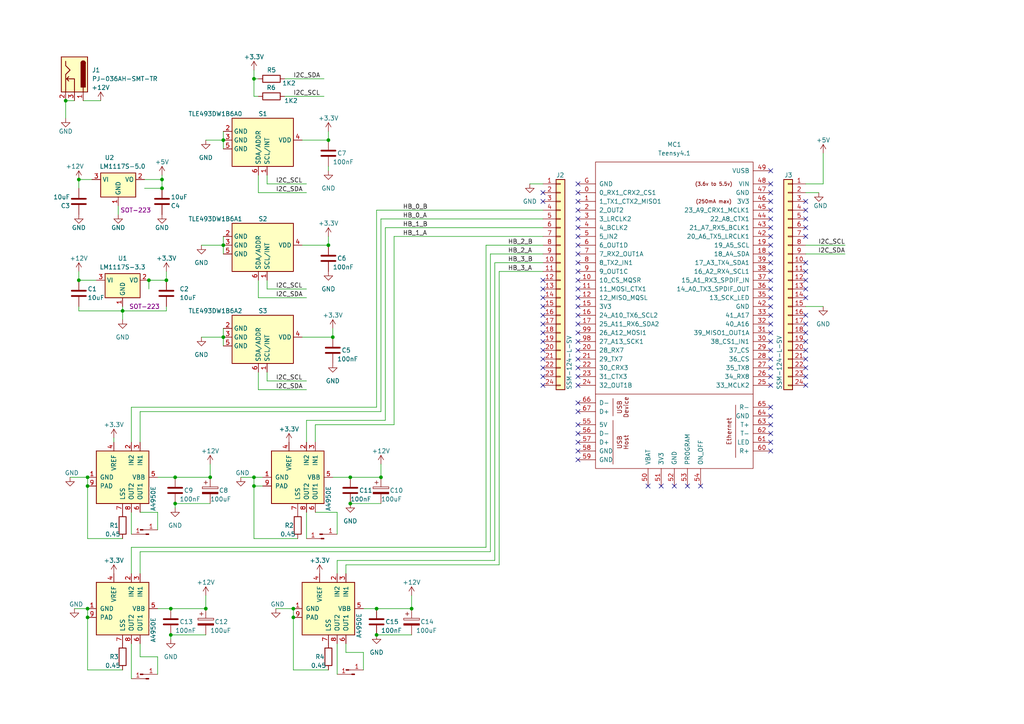
<source format=kicad_sch>
(kicad_sch (version 20230121) (generator eeschema)
  (paper "A4")
  (title_block (title "maglev 2.6") (date "2024-01-25") (rev "1.0") (company "NTNU - Norwegian University of Science and Technology") (comment 1 "Morselli Alberto"))
  (lib_symbols
    (symbol "Connector:Barrel_Jack_Switch" (pin_names hide)
      (property "Reference" "J" (at 0 5.334 0))
      (property "Value" "Barrel_Jack_Switch" (at 0 -5.08 0))
      (symbol "Barrel_Jack_Switch_0_1"
        (rectangle (start -5.08 3.81) (end 5.08 -3.81) (stroke (width 0.254)) (fill (type background)))
        (arc (start -3.302 3.175) (mid -3.9343 2.54) (end -3.302 1.905) (stroke (width 0.254)))
        (arc (start -3.302 3.175) (mid -3.9343 2.54) (end -3.302 1.905) (stroke (width 0.254)) (fill (type outline)))
        (polyline (pts (xy 1.27 -2.286) (xy 1.905 -1.651)) (stroke (width 0.254)))
        (polyline (pts (xy 5.08 2.54) (xy 3.81 2.54)) (stroke (width 0.254)))
        (polyline (pts (xy 5.08 0) (xy 1.27 0) (xy 1.27 -2.286) (xy 0.635 -1.651)) (stroke (width 0.254)))
        (polyline (pts (xy -3.81 -2.54) (xy -2.54 -2.54) (xy -1.27 -1.27) (xy 0 -2.54) (xy 2.54 -2.54) (xy 5.08 -2.54)) (stroke (width 0.254)))
        (rectangle (start 3.683 3.175) (end -3.302 1.905) (stroke (width 0.254)) (fill (type outline)))
      )
      (symbol "Barrel_Jack_Switch_1_1"
        (pin passive line (at 7.62 2.54 180) (length 2.54) (name "~") (number "1"))
        (pin passive line (at 7.62 -2.54 180) (length 2.54) (name "~") (number "2"))
        (pin passive line (at 7.62 0 180) (length 2.54) (name "~") (number "3"))
      )
    )
    (symbol "Connector:Conn_01x01_Pin" (pin_names (offset 1.016) hide)
      (property "Reference" "J" (at 0 2.54 0))
      (property "Value" "Conn_01x01_Pin" (at 0 -2.54 0))
      (symbol "Conn_01x01_Pin_1_1"
        (polyline (pts (xy 1.27 0) (xy 0.8636 0)) (stroke (width 0.1524)))
        (rectangle (start 0.8636 0.127) (end 0 -0.127) (stroke (width 0.1524)) (fill (type outline)))
        (pin passive line (at 5.08 0 180) (length 3.81) (name "Pin_1") (number "1"))
      )
    )
    (symbol "Connector_Generic:Conn_01x24" (pin_names (offset 1.016) hide)
      (property "Reference" "J" (at 0 30.48 0))
      (property "Value" "Conn_01x24" (at 0 -33.02 0))
      (symbol "Conn_01x24_1_1"
        (rectangle (start -1.27 -30.353) (end 0 -30.607) (stroke (width 0.1524)))
        (rectangle (start -1.27 -27.813) (end 0 -28.067) (stroke (width 0.1524)))
        (rectangle (start -1.27 -25.273) (end 0 -25.527) (stroke (width 0.1524)))
        (rectangle (start -1.27 -22.733) (end 0 -22.987) (stroke (width 0.1524)))
        (rectangle (start -1.27 -20.193) (end 0 -20.447) (stroke (width 0.1524)))
        (rectangle (start -1.27 -17.653) (end 0 -17.907) (stroke (width 0.1524)))
        (rectangle (start -1.27 -15.113) (end 0 -15.367) (stroke (width 0.1524)))
        (rectangle (start -1.27 -12.573) (end 0 -12.827) (stroke (width 0.1524)))
        (rectangle (start -1.27 -10.033) (end 0 -10.287) (stroke (width 0.1524)))
        (rectangle (start -1.27 -7.493) (end 0 -7.747) (stroke (width 0.1524)))
        (rectangle (start -1.27 -4.953) (end 0 -5.207) (stroke (width 0.1524)))
        (rectangle (start -1.27 -2.413) (end 0 -2.667) (stroke (width 0.1524)))
        (rectangle (start -1.27 0.127) (end 0 -0.127) (stroke (width 0.1524)))
        (rectangle (start -1.27 2.667) (end 0 2.413) (stroke (width 0.1524)))
        (rectangle (start -1.27 5.207) (end 0 4.953) (stroke (width 0.1524)))
        (rectangle (start -1.27 7.747) (end 0 7.493) (stroke (width 0.1524)))
        (rectangle (start -1.27 10.287) (end 0 10.033) (stroke (width 0.1524)))
        (rectangle (start -1.27 12.827) (end 0 12.573) (stroke (width 0.1524)))
        (rectangle (start -1.27 15.367) (end 0 15.113) (stroke (width 0.1524)))
        (rectangle (start -1.27 17.907) (end 0 17.653) (stroke (width 0.1524)))
        (rectangle (start -1.27 20.447) (end 0 20.193) (stroke (width 0.1524)))
        (rectangle (start -1.27 22.987) (end 0 22.733) (stroke (width 0.1524)))
        (rectangle (start -1.27 25.527) (end 0 25.273) (stroke (width 0.1524)))
        (rectangle (start -1.27 28.067) (end 0 27.813) (stroke (width 0.1524)))
        (rectangle (start -1.27 29.21) (end 1.27 -31.75) (stroke (width 0.254)) (fill (type background)))
        (pin passive line (at -5.08 27.94 0) (length 3.81) (name "Pin_1") (number "1"))
        (pin passive line (at -5.08 5.08 0) (length 3.81) (name "Pin_10") (number "10"))
        (pin passive line (at -5.08 2.54 0) (length 3.81) (name "Pin_11") (number "11"))
        (pin passive line (at -5.08 0 0) (length 3.81) (name "Pin_12") (number "12"))
        (pin passive line (at -5.08 -2.54 0) (length 3.81) (name "Pin_13") (number "13"))
        (pin passive line (at -5.08 -5.08 0) (length 3.81) (name "Pin_14") (number "14"))
        (pin passive line (at -5.08 -7.62 0) (length 3.81) (name "Pin_15") (number "15"))
        (pin passive line (at -5.08 -10.16 0) (length 3.81) (name "Pin_16") (number "16"))
        (pin passive line (at -5.08 -12.7 0) (length 3.81) (name "Pin_17") (number "17"))
        (pin passive line (at -5.08 -15.24 0) (length 3.81) (name "Pin_18") (number "18"))
        (pin passive line (at -5.08 -17.78 0) (length 3.81) (name "Pin_19") (number "19"))
        (pin passive line (at -5.08 25.4 0) (length 3.81) (name "Pin_2") (number "2"))
        (pin passive line (at -5.08 -20.32 0) (length 3.81) (name "Pin_20") (number "20"))
        (pin passive line (at -5.08 -22.86 0) (length 3.81) (name "Pin_21") (number "21"))
        (pin passive line (at -5.08 -25.4 0) (length 3.81) (name "Pin_22") (number "22"))
        (pin passive line (at -5.08 -27.94 0) (length 3.81) (name "Pin_23") (number "23"))
        (pin passive line (at -5.08 -30.48 0) (length 3.81) (name "Pin_24") (number "24"))
        (pin passive line (at -5.08 22.86 0) (length 3.81) (name "Pin_3") (number "3"))
        (pin passive line (at -5.08 20.32 0) (length 3.81) (name "Pin_4") (number "4"))
        (pin passive line (at -5.08 17.78 0) (length 3.81) (name "Pin_5") (number "5"))
        (pin passive line (at -5.08 15.24 0) (length 3.81) (name "Pin_6") (number "6"))
        (pin passive line (at -5.08 12.7 0) (length 3.81) (name "Pin_7") (number "7"))
        (pin passive line (at -5.08 10.16 0) (length 3.81) (name "Pin_8") (number "8"))
        (pin passive line (at -5.08 7.62 0) (length 3.81) (name "Pin_9") (number "9"))
      )
    )
    (symbol "Device:C" (pin_numbers hide) (pin_names (offset 0.254))
      (property "Reference" "C" (at 0.635 2.54 0))
      (property "Value" "C" (at 0.635 -2.54 0))
      (symbol "C_0_1"
        (polyline (pts (xy -2.032 -0.762) (xy 2.032 -0.762)) (stroke (width 0.508)))
        (polyline (pts (xy -2.032 0.762) (xy 2.032 0.762)) (stroke (width 0.508)))
      )
      (symbol "C_1_1"
        (pin passive line (at 0 3.81 270) (length 2.794) (name "~") (number "1"))
        (pin passive line (at 0 -3.81 90) (length 2.794) (name "~") (number "2"))
      )
    )
    (symbol "Device:C_Polarized" (pin_numbers hide) (pin_names (offset 0.254))
      (property "Reference" "C" (at 0.635 2.54 0))
      (property "Value" "C_Polarized" (at 0.635 -2.54 0))
      (symbol "C_Polarized_0_1"
        (rectangle (start -2.286 0.508) (end 2.286 1.016))
        (polyline (pts (xy -1.778 2.286) (xy -0.762 2.286)))
        (polyline (pts (xy -1.27 2.794) (xy -1.27 1.778)))
        (rectangle (start 2.286 -0.508) (end -2.286 -1.016) (fill (type outline)))
      )
      (symbol "C_Polarized_1_1"
        (pin passive line (at 0 3.81 270) (length 2.794) (name "~") (number "1"))
        (pin passive line (at 0 -3.81 90) (length 2.794) (name "~") (number "2"))
      )
    )
    (symbol "Device:R" (pin_numbers hide) (pin_names (offset 0))
      (property "Reference" "R" (at 2.032 0 90))
      (property "Value" "R" (at 0 0 90))
      (symbol "R_0_1"
        (rectangle (start -1.016 -2.54) (end 1.016 2.54) (stroke (width 0.254)))
      )
      (symbol "R_1_1"
        (pin passive line (at 0 3.81 270) (length 1.27) (name "~") (number "1"))
        (pin passive line (at 0 -3.81 90) (length 1.27) (name "~") (number "2"))
      )
    )
    (symbol "Driver_Motor:A4950E" (pin_names (offset 1.016))
      (property "Reference" "U" (at -7.62 8.89 0))
      (property "Value" "A4950E" (at 5.08 8.89 0))
      (symbol "A4950E_0_1"
        (rectangle (start -7.62 7.62) (end 7.62 -7.62) (stroke (width 0.254)) (fill (type background)))
      )
      (symbol "A4950E_1_1"
        (pin power_in line (at 0 -10.16 90) (length 2.54) (name "GND") (number "1"))
        (pin input line (at -10.16 2.54 0) (length 2.54) (name "IN2") (number "2"))
        (pin input line (at -10.16 5.08 0) (length 2.54) (name "IN1") (number "3"))
        (pin passive line (at -10.16 -2.54 0) (length 2.54) (name "VREF") (number "4"))
        (pin power_in line (at 0 10.16 270) (length 2.54) (name "VBB") (number "5"))
        (pin power_out line (at 10.16 5.08 180) (length 2.54) (name "OUT1") (number "6"))
        (pin power_in line (at 10.16 0 180) (length 2.54) (name "LSS") (number "7"))
        (pin power_out line (at 10.16 2.54 180) (length 2.54) (name "OUT2") (number "8"))
        (pin power_in line (at 2.54 -10.16 90) (length 2.54) (name "PAD") (number "9"))
      )
    )
    (symbol "Regulator_Linear:LM1117S-3.3"
      (property "Reference" "U" (at -3.81 3.175 0))
      (property "Value" "LM1117S-3.3" (at 0 3.175 0))
      (symbol "LM1117S-3.3_0_1"
        (rectangle (start -5.08 -5.08) (end 5.08 1.905) (stroke (width 0.254)) (fill (type background)))
      )
      (symbol "LM1117S-3.3_1_1"
        (pin power_in line (at 0 -7.62 90) (length 2.54) (name "GND") (number "1"))
        (pin power_out line (at 7.62 0 180) (length 2.54) (name "VO") (number "2"))
        (pin power_in line (at -7.62 0 0) (length 2.54) (name "VI") (number "3"))
      )
    )
    (symbol "Regulator_Linear:LM1117S-5.0"
      (property "Reference" "U" (at -3.81 3.175 0))
      (property "Value" "LM1117S-5.0" (at 0 3.175 0))
      (symbol "LM1117S-5.0_0_1"
        (rectangle (start -5.08 -5.08) (end 5.08 1.905) (stroke (width 0.254)) (fill (type background)))
      )
      (symbol "LM1117S-5.0_1_1"
        (pin power_in line (at 0 -7.62 90) (length 2.54) (name "GND") (number "1"))
        (pin power_out line (at 7.62 0 180) (length 2.54) (name "VO") (number "2"))
        (pin power_in line (at -7.62 0 0) (length 2.54) (name "VI") (number "3"))
      )
    )
    (symbol "Sensor_Magnetic:TLV493D"
      (property "Reference" "U" (at -6.35 11.43 0))
      (property "Value" "TLV493D" (at 5.08 11.43 0))
      (symbol "TLV493D_0_1"
        (rectangle (start -7.62 10.16) (end 6.35 -7.62) (stroke (width 0.254)) (fill (type background)))
      )
      (symbol "TLV493D_1_1"
        (pin bidirectional line (at -10.16 2.54 0) (length 2.54) (name "SCL/INT") (number "1"))
        (pin power_in line (at 2.54 -10.16 90) (length 2.54) (name "GND") (number "2"))
        (pin power_in line (at 0 -10.16 90) (length 2.54) (name "GND") (number "3"))
        (pin power_in line (at 0 12.7 270) (length 2.54) (name "VDD") (number "4"))
        (pin power_in line (at -2.54 -10.16 90) (length 2.54) (name "GND") (number "5"))
        (pin bidirectional line (at -10.16 0 0) (length 2.54) (name "SDA/ADDR") (number "6"))
      )
    )
    (symbol "power:+12V" (power) (pin_names (offset 0))
      (property "Value" "+12V" (at 0 3.556 0))
      (symbol "+12V_0_1"
        (polyline (pts (xy -0.762 1.27) (xy 0 2.54)))
        (polyline (pts (xy 0 0) (xy 0 2.54)))
        (polyline (pts (xy 0 2.54) (xy 0.762 1.27)))
      )
      (symbol "+12V_1_1"
        (pin power_in line (at 0 0 90) (length 0) hide (name "+12V") (number "1"))
      )
    )
    (symbol "power:+3.3V" (power) (pin_names (offset 0))
      (property "Value" "+3.3V" (at 0 3.556 0))
      (symbol "+3.3V_0_1"
        (polyline (pts (xy -0.762 1.27) (xy 0 2.54)))
        (polyline (pts (xy 0 0) (xy 0 2.54)))
        (polyline (pts (xy 0 2.54) (xy 0.762 1.27)))
      )
      (symbol "+3.3V_1_1"
        (pin power_in line (at 0 0 90) (length 0) hide (name "+3.3V") (number "1"))
      )
    )
    (symbol "power:+5V" (power) (pin_names (offset 0))
      (property "Value" "+5V" (at 0 3.556 0))
      (symbol "+5V_0_1"
        (polyline (pts (xy -0.762 1.27) (xy 0 2.54)))
        (polyline (pts (xy 0 0) (xy 0 2.54)))
        (polyline (pts (xy 0 2.54) (xy 0.762 1.27)))
      )
      (symbol "+5V_1_1"
        (pin power_in line (at 0 0 90) (length 0) hide (name "+5V") (number "1"))
      )
    )
    (symbol "power:GND" (power) (pin_names (offset 0))
      (property "Value" "GND" (at 0 -3.81 0))
      (symbol "GND_0_1"
        (polyline (pts (xy 0 0) (xy 0 -1.27) (xy 1.27 -1.27) (xy 0 -2.54) (xy -1.27 -1.27) (xy 0 -1.27)))
      )
      (symbol "GND_1_1"
        (pin power_in line (at 0 0 270) (length 0) hide (name "GND") (number "1"))
      )
    )
    (symbol "teensy:Teensy4.1" (pin_names (offset 1.016))
      (property "Reference" "MC1" (at 0 66.04 0))
      (property "Value" "Teensy4.1" (at 0 63.5 0))
      (symbol "Teensy4.1_0_0"
        (polyline (pts (xy -22.86 -6.35) (xy 22.86 -6.35)))
        (polyline (pts (xy -17.78 -26.67) (xy -17.78 -13.97)))
        (polyline (pts (xy -17.78 -7.62) (xy -17.78 -12.7)))
        (polyline (pts (xy 17.78 -9.525) (xy 17.78 -24.765)))
        (text "(250mA max)" (at 11.43 49.53 0) (effects (font (size 1.016 1.016))))
        (text "(3.6v to 5.5v)" (at 11.43 54.61 0) (effects (font (size 1.016 1.016))))
        (text "Device" (at -13.97 -10.16 900) (effects (font (size 1.27 1.27))))
        (text "Ethernet" (at 15.875 -17.145 900) (effects (font (size 1.27 1.27))))
        (text "Host" (at -13.97 -20.32 900) (effects (font (size 1.27 1.27))))
        (text "USB" (at -15.875 -20.32 900) (effects (font (size 1.27 1.27))))
        (text "USB" (at -15.875 -10.16 900) (effects (font (size 1.27 1.27))))
        (pin power_in line (at -27.94 19.05 0) (length 5.08) (name "3V3") (number "15"))
        (pin bidirectional line (at -27.94 16.51 0) (length 5.08) (name "24_A10_TX6_SCL2") (number "16"))
        (pin bidirectional line (at -27.94 13.97 0) (length 5.08) (name "25_A11_RX6_SDA2") (number "17"))
        (pin bidirectional line (at -27.94 6.35 0) (length 5.08) (name "28_RX7") (number "20"))
        (pin bidirectional line (at -27.94 3.81 0) (length 5.08) (name "29_TX7") (number "21"))
        (pin bidirectional line (at -27.94 1.27 0) (length 5.08) (name "30_CRX3") (number "22"))
        (pin bidirectional line (at -27.94 -1.27 0) (length 5.08) (name "31_CTX3") (number "23"))
        (pin bidirectional line (at -27.94 -3.81 0) (length 5.08) (name "32_OUT1B") (number "24"))
        (pin bidirectional line (at 27.94 -3.81 180) (length 5.08) (name "33_MCLK2") (number "25"))
        (pin bidirectional line (at 27.94 -1.27 180) (length 5.08) (name "34_RX8") (number "26"))
        (pin bidirectional line (at 27.94 1.27 180) (length 5.08) (name "35_TX8") (number "27"))
        (pin bidirectional line (at 27.94 3.81 180) (length 5.08) (name "36_CS") (number "28"))
        (pin bidirectional line (at 27.94 6.35 180) (length 5.08) (name "37_CS") (number "29"))
        (pin bidirectional line (at 27.94 8.89 180) (length 5.08) (name "38_CS1_IN1") (number "30"))
        (pin bidirectional line (at 27.94 11.43 180) (length 5.08) (name "39_MISO1_OUT1A") (number "31"))
        (pin bidirectional line (at 27.94 13.97 180) (length 5.08) (name "40_A16") (number "32"))
        (pin bidirectional line (at 27.94 16.51 180) (length 5.08) (name "41_A17") (number "33"))
        (pin bidirectional line (at 27.94 21.59 180) (length 5.08) (name "13_SCK_LED") (number "35"))
        (pin bidirectional line (at 27.94 24.13 180) (length 5.08) (name "14_A0_TX3_SPDIF_OUT") (number "36"))
        (pin bidirectional line (at 27.94 26.67 180) (length 5.08) (name "15_A1_RX3_SPDIF_IN") (number "37"))
        (pin bidirectional line (at 27.94 29.21 180) (length 5.08) (name "16_A2_RX4_SCL1") (number "38"))
        (pin bidirectional line (at 27.94 31.75 180) (length 5.08) (name "17_A3_TX4_SDA1") (number "39"))
        (pin bidirectional line (at 27.94 39.37 180) (length 5.08) (name "20_A6_TX5_LRCLK1") (number "42"))
        (pin bidirectional line (at 27.94 41.91 180) (length 5.08) (name "21_A7_RX5_BCLK1") (number "43"))
        (pin bidirectional line (at 27.94 44.45 180) (length 5.08) (name "22_A8_CTX1") (number "44"))
        (pin bidirectional line (at 27.94 46.99 180) (length 5.08) (name "23_A9_CRX1_MCLK1") (number "45"))
        (pin output line (at 27.94 49.53 180) (length 5.08) (name "3V3") (number "46"))
        (pin output line (at 27.94 52.07 180) (length 5.08) (name "GND") (number "47"))
        (pin power_in line (at 27.94 54.61 180) (length 5.08) (name "VIN") (number "48"))
        (pin power_out line (at 27.94 58.42 180) (length 5.08) (name "VUSB") (number "49"))
        (pin power_in line (at -7.62 -33.02 90) (length 5.08) (name "VBAT") (number "50"))
        (pin power_in line (at -3.81 -33.02 90) (length 5.08) (name "3V3") (number "51"))
        (pin input line (at 0 -33.02 90) (length 5.08) (name "GND") (number "52"))
        (pin input line (at 3.81 -33.02 90) (length 5.08) (name "PROGRAM") (number "53"))
        (pin input line (at 7.62 -33.02 90) (length 5.08) (name "ON_OFF") (number "54"))
        (pin power_out line (at -27.94 -15.24 0) (length 5.08) (name "5V") (number "55"))
        (pin bidirectional line (at -27.94 -17.78 0) (length 5.08) (name "D-") (number "56"))
        (pin bidirectional line (at -27.94 -20.32 0) (length 5.08) (name "D+") (number "57"))
        (pin power_in line (at -27.94 -22.86 0) (length 5.08) (name "GND") (number "58"))
        (pin power_in line (at -27.94 -25.4 0) (length 5.08) (name "GND") (number "59"))
        (pin bidirectional line (at 27.94 -22.86 180) (length 5.08) (name "R+") (number "60"))
        (pin bidirectional line (at 27.94 -20.32 180) (length 5.08) (name "LED") (number "61"))
        (pin bidirectional line (at 27.94 -17.78 180) (length 5.08) (name "T-") (number "62"))
        (pin bidirectional line (at 27.94 -15.24 180) (length 5.08) (name "T+") (number "63"))
        (pin power_in line (at 27.94 -12.7 180) (length 5.08) (name "GND") (number "64"))
        (pin bidirectional line (at 27.94 -10.16 180) (length 5.08) (name "R-") (number "65"))
        (pin bidirectional line (at -27.94 -8.89 0) (length 5.08) (name "D-") (number "66"))
        (pin bidirectional line (at -27.94 -11.43 0) (length 5.08) (name "D+") (number "67"))
      )
      (symbol "Teensy4.1_0_1"
        (rectangle (start -22.86 60.96) (end 22.86 -27.94))
        (rectangle (start -20.32 -1.27) (end -20.32 -1.27))
      )
      (symbol "Teensy4.1_1_0"
        (pin bidirectional line (at -27.94 26.67 0) (length 5.08) (name "10_CS_MQSR") (number "10"))
        (pin bidirectional line (at -27.94 24.13 0) (length 5.08) (name "11_MOSI_CTX1") (number "11"))
        (pin bidirectional line (at -27.94 21.59 0) (length 5.08) (name "12_MISO_MQSL") (number "12"))
        (pin bidirectional line (at 27.94 34.29 180) (length 5.08) (name "18_A4_SDA") (number "18"))
        (pin bidirectional line (at 27.94 36.83 180) (length 5.08) (name "19_A5_SCL") (number "19"))
        (pin bidirectional line (at -27.94 44.45 0) (length 5.08) (name "3_LRCLK2") (number "3"))
        (pin bidirectional line (at -27.94 41.91 0) (length 5.08) (name "4_BCLK2") (number "4"))
        (pin bidirectional line (at -27.94 39.37 0) (length 5.08) (name "5_IN2") (number "5"))
        (pin bidirectional line (at -27.94 36.83 0) (length 5.08) (name "6_OUT1D") (number "6"))
        (pin bidirectional line (at -27.94 34.29 0) (length 5.08) (name "7_RX2_OUT1A") (number "7"))
        (pin bidirectional line (at -27.94 31.75 0) (length 5.08) (name "8_TX2_IN1") (number "8"))
        (pin bidirectional line (at -27.94 29.21 0) (length 5.08) (name "9_OUT1C") (number "9"))
        (pin bidirectional line (at -27.94 8.89 0) (length 5.08) (name "27_A13_SCK1") (number "98"))
        (pin bidirectional line (at -27.94 11.43 0) (length 5.08) (name "26_A12_MOSI1") (number "99"))
      )
      (symbol "Teensy4.1_1_1"
        (pin bidirectional line (at -27.94 52.07 0) (length 5.08) (name "0_RX1_CRX2_CS1") (number "0"))
        (pin bidirectional line (at -27.94 49.53 0) (length 5.08) (name "1_TX1_CTX2_MISO1") (number "1"))
        (pin bidirectional line (at -27.94 46.99 0) (length 5.08) (name "2_OUT2") (number "2"))
        (pin power_in line (at 27.94 19.05 180) (length 5.08) (name "GND") (number "42"))
        (pin power_in line (at -27.94 54.61 0) (length 5.08) (name "GND") (number "G"))
      )
    )
  )
  (junction (at 96.52 97.79))
  (junction (at 19.05 29.21))
  (junction (at 25.4 176.53))
  (junction (at 46.99 54.61))
  (junction (at 95.25 40.64))
  (junction (at 85.09 176.53))
  (junction (at 85.09 179.07))
  (junction (at 49.53 184.15))
  (junction (at 64.77 97.79))
  (junction (at 101.6 146.05))
  (junction (at 48.26 81.28))
  (junction (at 73.66 22.86))
  (junction (at 60.96 138.43))
  (junction (at 73.66 140.97))
  (junction (at 110.49 138.43))
  (junction (at 64.77 71.12))
  (junction (at 25.4 138.43))
  (junction (at 119.38 176.53))
  (junction (at 25.4 140.97))
  (junction (at 35.56 90.17))
  (junction (at 22.86 81.28))
  (junction (at 50.8 146.05))
  (junction (at 43.18 81.28))
  (junction (at 50.8 138.43))
  (junction (at 109.22 184.15))
  (junction (at 109.22 176.53))
  (junction (at 64.77 40.64))
  (junction (at 73.66 138.43))
  (junction (at 46.99 52.07))
  (junction (at 22.86 52.07))
  (junction (at 59.69 176.53))
  (junction (at 49.53 176.53))
  (junction (at 25.4 179.07))
  (junction (at 95.25 71.12))
  (junction (at 101.6 138.43))
  (no_connect (at 167.64 83.82))
  (no_connect (at 167.64 55.88))
  (no_connect (at 223.52 58.42))
  (no_connect (at 223.52 130.81))
  (no_connect (at 157.48 58.42))
  (no_connect (at 233.68 66.04))
  (no_connect (at 223.52 76.2))
  (no_connect (at 223.52 118.11))
  (no_connect (at 223.52 111.76))
  (no_connect (at 233.68 99.06))
  (no_connect (at 167.64 104.14))
  (no_connect (at 223.52 49.53))
  (no_connect (at 223.52 66.04))
  (no_connect (at 157.48 106.68))
  (no_connect (at 223.52 88.9))
  (no_connect (at 195.58 140.97))
  (no_connect (at 167.64 130.81))
  (no_connect (at 167.64 71.12))
  (no_connect (at 157.48 83.82))
  (no_connect (at 167.64 60.96))
  (no_connect (at 223.52 91.44))
  (no_connect (at 223.52 60.96))
  (no_connect (at 233.68 83.82))
  (no_connect (at 187.96 140.97))
  (no_connect (at 157.48 96.52))
  (no_connect (at 223.52 104.14))
  (no_connect (at 223.52 123.19))
  (no_connect (at 223.52 120.65))
  (no_connect (at 157.48 86.36))
  (no_connect (at 157.48 111.76))
  (no_connect (at 167.64 106.68))
  (no_connect (at 223.52 86.36))
  (no_connect (at 233.68 106.68))
  (no_connect (at 223.52 99.06))
  (no_connect (at 167.64 76.2))
  (no_connect (at 167.64 53.34))
  (no_connect (at 223.52 63.5))
  (no_connect (at 167.64 78.74))
  (no_connect (at 223.52 96.52))
  (no_connect (at 233.68 58.42))
  (no_connect (at 223.52 83.82))
  (no_connect (at 233.68 78.74))
  (no_connect (at 233.68 68.58))
  (no_connect (at 167.64 111.76))
  (no_connect (at 223.52 101.6))
  (no_connect (at 167.64 73.66))
  (no_connect (at 223.52 71.12))
  (no_connect (at 167.64 81.28))
  (no_connect (at 223.52 81.28))
  (no_connect (at 157.48 109.22))
  (no_connect (at 167.64 99.06))
  (no_connect (at 157.48 101.6))
  (no_connect (at 223.52 106.68))
  (no_connect (at 233.68 93.98))
  (no_connect (at 191.77 140.97))
  (no_connect (at 167.64 128.27))
  (no_connect (at 167.64 123.19))
  (no_connect (at 233.68 86.36))
  (no_connect (at 203.2 140.97))
  (no_connect (at 223.52 125.73))
  (no_connect (at 157.48 88.9))
  (no_connect (at 157.48 93.98))
  (no_connect (at 157.48 91.44))
  (no_connect (at 167.64 101.6))
  (no_connect (at 223.52 53.34))
  (no_connect (at 167.64 96.52))
  (no_connect (at 167.64 63.5))
  (no_connect (at 233.68 76.2))
  (no_connect (at 233.68 60.96))
  (no_connect (at 157.48 55.88))
  (no_connect (at 167.64 133.35))
  (no_connect (at 199.39 140.97))
  (no_connect (at 167.64 119.38))
  (no_connect (at 233.68 63.5))
  (no_connect (at 223.52 73.66))
  (no_connect (at 167.64 91.44))
  (no_connect (at 223.52 78.74))
  (no_connect (at 167.64 66.04))
  (no_connect (at 233.68 91.44))
  (no_connect (at 233.68 101.6))
  (no_connect (at 167.64 88.9))
  (no_connect (at 233.68 111.76))
  (no_connect (at 167.64 125.73))
  (no_connect (at 233.68 104.14))
  (no_connect (at 223.52 109.22))
  (no_connect (at 223.52 68.58))
  (no_connect (at 223.52 93.98))
  (no_connect (at 167.64 86.36))
  (no_connect (at 233.68 96.52))
  (no_connect (at 167.64 93.98))
  (no_connect (at 167.64 68.58))
  (no_connect (at 167.64 109.22))
  (no_connect (at 223.52 55.88))
  (no_connect (at 157.48 104.14))
  (no_connect (at 167.64 58.42))
  (no_connect (at 233.68 109.22))
  (no_connect (at 223.52 128.27))
  (no_connect (at 167.64 116.84))
  (no_connect (at 233.68 81.28))
  (no_connect (at 157.48 81.28))
  (no_connect (at 157.48 99.06))
  (wire (pts (xy 40.64 190.5) (xy 45.72 190.5)))
  (wire (pts (xy 100.33 186.69) (xy 100.33 189.23)))
  (wire (pts (xy 88.9 121.92) (xy 88.9 128.27)))
  (wire (pts (xy 95.25 48.26) (xy 95.25 49.53)))
  (wire (pts (xy 22.86 54.61) (xy 22.86 52.07)))
  (wire (pts (xy 233.68 55.88) (xy 237.49 55.88)))
  (wire (pts (xy 22.86 90.17) (xy 35.56 90.17)))
  (wire (pts (xy 25.4 138.43) (xy 25.4 140.97)))
  (wire (pts (xy 33.02 127) (xy 33.02 128.27)))
  (wire (pts (xy 114.3 68.58) (xy 114.3 123.19)))
  (wire (pts (xy 77.47 53.34) (xy 88.9 53.34)))
  (wire (pts (xy 100.33 189.23) (xy 105.41 189.23)))
  (wire (pts (xy 143.51 76.2) (xy 143.51 162.56)))
  (wire (pts (xy 110.49 119.38) (xy 110.49 63.5)))
  (wire (pts (xy 233.68 71.12) (xy 245.11 71.12)))
  (wire (pts (xy 97.79 162.56) (xy 97.79 166.37)))
  (wire (pts (xy 144.78 78.74) (xy 144.78 163.83)))
  (wire (pts (xy 45.72 190.5) (xy 45.72 195.58)))
  (wire (pts (xy 25.4 176.53) (xy 25.4 179.07)))
  (wire (pts (xy 58.42 97.79) (xy 64.77 97.79)))
  (wire (pts (xy 142.24 73.66) (xy 142.24 160.02)))
  (wire (pts (xy 34.29 59.69) (xy 34.29 62.23)))
  (wire (pts (xy 96.52 138.43) (xy 101.6 138.43)))
  (wire (pts (xy 69.85 138.43) (xy 73.66 138.43)))
  (wire (pts (xy 97.79 186.69) (xy 97.79 195.58)))
  (wire (pts (xy 80.01 176.53) (xy 85.09 176.53)))
  (wire (pts (xy 40.64 160.02) (xy 40.64 166.37)))
  (wire (pts (xy 20.32 138.43) (xy 25.4 138.43)))
  (wire (pts (xy 45.72 138.43) (xy 50.8 138.43)))
  (wire (pts (xy 35.56 90.17) (xy 35.56 92.71)))
  (wire (pts (xy 46.99 50.8) (xy 46.99 52.07)))
  (wire (pts (xy 77.47 50.8) (xy 77.47 53.34)))
  (wire (pts (xy 157.48 73.66) (xy 142.24 73.66)))
  (wire (pts (xy 45.72 176.53) (xy 49.53 176.53)))
  (wire (pts (xy 43.18 81.28) (xy 48.26 81.28)))
  (wire (pts (xy 110.49 134.62) (xy 110.49 138.43)))
  (wire (pts (xy 140.97 71.12) (xy 140.97 158.75)))
  (wire (pts (xy 50.8 146.05) (xy 60.96 146.05)))
  (wire (pts (xy 238.76 44.45) (xy 238.76 53.34)))
  (wire (pts (xy 21.59 176.53) (xy 25.4 176.53)))
  (wire (pts (xy 38.1 186.69) (xy 38.1 196.85)))
  (wire (pts (xy 105.41 189.23) (xy 105.41 194.31)))
  (wire (pts (xy 85.09 194.31) (xy 85.09 179.07)))
  (wire (pts (xy 73.66 138.43) (xy 73.66 140.97)))
  (wire (pts (xy 77.47 83.82) (xy 88.9 83.82)))
  (wire (pts (xy 87.63 40.64) (xy 95.25 40.64)))
  (wire (pts (xy 109.22 118.11) (xy 38.1 118.11)))
  (wire (pts (xy 109.22 176.53) (xy 119.38 176.53)))
  (wire (pts (xy 95.25 38.1) (xy 95.25 40.64)))
  (wire (pts (xy 157.48 71.12) (xy 140.97 71.12)))
  (wire (pts (xy 59.69 176.53) (xy 59.69 172.72)))
  (wire (pts (xy 25.4 194.31) (xy 25.4 179.07)))
  (wire (pts (xy 74.93 81.28) (xy 74.93 86.36)))
  (wire (pts (xy 45.72 148.59) (xy 45.72 153.67)))
  (wire (pts (xy 48.26 78.74) (xy 48.26 81.28)))
  (wire (pts (xy 64.77 71.12) (xy 64.77 73.66)))
  (wire (pts (xy 74.93 86.36) (xy 88.9 86.36)))
  (wire (pts (xy 41.91 52.07) (xy 46.99 52.07)))
  (wire (pts (xy 110.49 63.5) (xy 157.48 63.5)))
  (wire (pts (xy 109.22 60.96) (xy 109.22 118.11)))
  (wire (pts (xy 73.66 156.21) (xy 73.66 140.97)))
  (wire (pts (xy 19.05 29.21) (xy 19.05 34.29)))
  (wire (pts (xy 157.48 60.96) (xy 109.22 60.96)))
  (wire (pts (xy 157.48 78.74) (xy 144.78 78.74)))
  (wire (pts (xy 64.77 38.1) (xy 64.77 40.64)))
  (wire (pts (xy 97.79 148.59) (xy 97.79 154.94)))
  (wire (pts (xy 88.9 148.59) (xy 88.9 156.21)))
  (wire (pts (xy 58.42 71.12) (xy 64.77 71.12)))
  (wire (pts (xy 77.47 110.49) (xy 88.9 110.49)))
  (wire (pts (xy 144.78 163.83) (xy 100.33 163.83)))
  (wire (pts (xy 119.38 176.53) (xy 119.38 172.72)))
  (wire (pts (xy 40.64 148.59) (xy 45.72 148.59)))
  (wire (pts (xy 157.48 66.04) (xy 111.76 66.04)))
  (wire (pts (xy 64.77 95.25) (xy 64.77 97.79)))
  (wire (pts (xy 86.36 156.21) (xy 73.66 156.21)))
  (wire (pts (xy 35.56 194.31) (xy 25.4 194.31)))
  (wire (pts (xy 157.48 68.58) (xy 114.3 68.58)))
  (wire (pts (xy 96.52 95.25) (xy 96.52 97.79)))
  (wire (pts (xy 40.64 160.02) (xy 142.24 160.02)))
  (wire (pts (xy 74.93 107.95) (xy 74.93 113.03)))
  (wire (pts (xy 48.26 88.9) (xy 48.26 90.17)))
  (wire (pts (xy 73.66 22.86) (xy 73.66 27.94)))
  (wire (pts (xy 77.47 107.95) (xy 77.47 110.49)))
  (wire (pts (xy 64.77 97.79) (xy 64.77 100.33)))
  (wire (pts (xy 22.86 90.17) (xy 22.86 88.9)))
  (wire (pts (xy 19.05 29.21) (xy 21.59 29.21)))
  (wire (pts (xy 40.64 186.69) (xy 40.64 190.5)))
  (wire (pts (xy 74.93 113.03) (xy 88.9 113.03)))
  (wire (pts (xy 82.55 27.94) (xy 93.98 27.94)))
  (wire (pts (xy 60.96 138.43) (xy 60.96 134.62)))
  (wire (pts (xy 38.1 158.75) (xy 38.1 166.37)))
  (wire (pts (xy 73.66 27.94) (xy 74.93 27.94)))
  (wire (pts (xy 73.66 20.32) (xy 73.66 22.86)))
  (wire (pts (xy 38.1 158.75) (xy 140.97 158.75)))
  (wire (pts (xy 87.63 97.79) (xy 96.52 97.79)))
  (wire (pts (xy 111.76 66.04) (xy 111.76 121.92)))
  (wire (pts (xy 101.6 138.43) (xy 110.49 138.43)))
  (wire (pts (xy 87.63 71.12) (xy 95.25 71.12)))
  (wire (pts (xy 40.64 119.38) (xy 110.49 119.38)))
  (wire (pts (xy 101.6 146.05) (xy 110.49 146.05)))
  (wire (pts (xy 22.86 81.28) (xy 27.94 81.28)))
  (wire (pts (xy 50.8 138.43) (xy 60.96 138.43)))
  (wire (pts (xy 76.2 138.43) (xy 73.66 138.43)))
  (wire (pts (xy 91.44 148.59) (xy 97.79 148.59)))
  (wire (pts (xy 233.68 53.34) (xy 238.76 53.34)))
  (wire (pts (xy 50.8 147.32) (xy 50.8 146.05)))
  (wire (pts (xy 43.18 81.28) (xy 43.18 83.82)))
  (wire (pts (xy 143.51 162.56) (xy 97.79 162.56)))
  (wire (pts (xy 91.44 123.19) (xy 91.44 128.27)))
  (wire (pts (xy 100.33 163.83) (xy 100.33 166.37)))
  (wire (pts (xy 41.91 54.61) (xy 46.99 54.61)))
  (wire (pts (xy 74.93 50.8) (xy 74.93 55.88)))
  (wire (pts (xy 35.56 90.17) (xy 48.26 90.17)))
  (wire (pts (xy 49.53 176.53) (xy 59.69 176.53)))
  (wire (pts (xy 26.67 52.07) (xy 22.86 52.07)))
  (wire (pts (xy 73.66 22.86) (xy 74.93 22.86)))
  (wire (pts (xy 114.3 123.19) (xy 91.44 123.19)))
  (wire (pts (xy 49.53 184.15) (xy 59.69 184.15)))
  (wire (pts (xy 73.66 140.97) (xy 76.2 140.97)))
  (wire (pts (xy 233.68 88.9) (xy 238.76 88.9)))
  (wire (pts (xy 22.86 78.74) (xy 22.86 81.28)))
  (wire (pts (xy 85.09 176.53) (xy 85.09 179.07)))
  (wire (pts (xy 77.47 81.28) (xy 77.47 83.82)))
  (wire (pts (xy 82.55 22.86) (xy 93.98 22.86)))
  (wire (pts (xy 35.56 90.17) (xy 35.56 88.9)))
  (wire (pts (xy 109.22 184.15) (xy 119.38 184.15)))
  (wire (pts (xy 105.41 176.53) (xy 109.22 176.53)))
  (wire (pts (xy 46.99 52.07) (xy 46.99 54.61)))
  (wire (pts (xy 153.67 53.34) (xy 157.48 53.34)))
  (wire (pts (xy 233.68 73.66) (xy 245.11 73.66)))
  (wire (pts (xy 38.1 148.59) (xy 38.1 154.94)))
  (wire (pts (xy 111.76 121.92) (xy 88.9 121.92)))
  (wire (pts (xy 25.4 156.21) (xy 25.4 140.97)))
  (wire (pts (xy 64.77 40.64) (xy 64.77 43.18)))
  (wire (pts (xy 64.77 68.58) (xy 64.77 71.12)))
  (wire (pts (xy 95.25 68.58) (xy 95.25 71.12)))
  (wire (pts (xy 49.53 185.42) (xy 49.53 184.15)))
  (wire (pts (xy 35.56 156.21) (xy 25.4 156.21)))
  (wire (pts (xy 24.13 29.21) (xy 29.21 29.21)))
  (wire (pts (xy 40.64 128.27) (xy 40.64 119.38)))
  (wire (pts (xy 38.1 118.11) (xy 38.1 128.27)))
  (wire (pts (xy 157.48 76.2) (xy 143.51 76.2)))
  (wire (pts (xy 59.69 40.64) (xy 64.77 40.64)))
  (wire (pts (xy 95.25 194.31) (xy 85.09 194.31)))
  (wire (pts (xy 74.93 55.88) (xy 88.9 55.88)))
  (label "I2C_SDA" (at 80.01 55.88 0))
  (label "I2C_SDA" (at 80.01 86.36 0))
  (label "HB_1_A" (at 116.84 68.58 0))
  (label "I2C_SCL" (at 80.01 53.34 0))
  (label "I2C_SCL" (at 245.11 71.12 180))
  (label "I2C_SCL" (at 85.09 27.94 0))
  (label "HB_3_A" (at 147.32 78.74 0))
  (label "HB_2_A" (at 147.32 73.66 0))
  (label "I2C_SCL" (at 80.01 83.82 0))
  (label "HB_0_B" (at 116.84 60.96 0))
  (label "I2C_SCL" (at 80.01 110.49 0))
  (label "I2C_SDA" (at 245.11 73.66 180))
  (label "HB_1_B" (at 116.84 66.04 0))
  (label "I2C_SDA" (at 85.09 22.86 0))
  (label "HB_3_B" (at 147.32 76.2 0))
  (label "HB_0_A" (at 116.84 63.5 0))
  (label "HB_2_B" (at 147.32 71.12 0))
  (label "I2C_SDA" (at 80.01 113.03 0))
  (symbol (lib_id "Device:C_Polarized") (at 110.49 142.24 0) (unit 1)
    (property "Reference" "C10" (at 113.03 142.24 0) (effects (justify left)))
    (property "Value" "100uF" (at 110.49 144.78 0) (effects (justify left)))
    (property "Footprint" "Capacitor_SMD:CP_Elec_6.3x7.7" (effects hide))
  )
  (symbol (lib_id "Connector_Generic:Conn_01x24") (at 228.6 81.28 0) (mirror y) (unit 1)
    (property "Reference" "J3" (at 229.87 50.8 0) (effects (justify left)))
    (property "Value" "SSM-124-L-SV" (at 226.06 113.03 90) (effects (justify left)))
    (property "Footprint" "Connector_PinSocket_2.54mm:PinSocket_1x24_P2.54mm_Vertical_SMD_Pin1Left" (effects hide))
  )
  (symbol (lib_id "Device:C") (at 50.8 142.24 0) (unit 1)
    (property "Reference" "C9" (at 53.34 142.24 0) (effects (justify left)))
    (property "Value" "100nF" (at 52.07 144.78 0) (effects (justify left)))
    (property "Footprint" "Capacitor_SMD:C_0603_1608Metric" (effects hide))
  )
  (symbol (lib_id "power:+12V") (at 119.38 172.72 0) (unit 1)
    (property "Reference" "#PWR036" (effects hide))
    (property "Value" "+12V" (at 119.38 168.91 0))
  )
  (symbol (lib_id "Device:R") (at 78.74 27.94 270) (unit 1)
    (property "Reference" "R6" (at 80.01 25.4 90) (effects (justify right)))
    (property "Value" "1K2" (at 86.36 29.21 90) (effects (justify right)))
    (property "Footprint" "Resistor_SMD:R_0805_2012Metric" (effects hide))
  )
  (symbol (lib_id "power:GND") (at 95.25 78.74 0) (mirror y) (unit 1)
    (property "Reference" "#PWR019" (effects hide))
    (property "Value" "GND" (at 95.25 83.82 0))
  )
  (symbol (lib_id "Connector:Conn_01x01_Pin") (at 43.18 154.94 180) (unit 1) (in_bom no)
    (property "Reference" "1_2" (effects hide))
    (property "Value" "solenoid" (effects hide))
    (property "Footprint" "TestPoint:TestPoint_Pad_1.5x1.5mm" (effects hide))
  )
  (symbol (lib_id "power:GND") (at 80.01 176.53 0) (unit 1)
    (property "Reference" "#PWR038" (effects hide))
    (property "Value" "GND" (at 82.55 175.26 0) (effects (justify right)))
  )
  (symbol (lib_id "power:+3.3V") (at 95.25 68.58 0) (unit 1)
    (property "Reference" "#PWR015" (effects hide))
    (property "Value" "+3.3V" (at 95.25 64.77 0))
  )
  (symbol (lib_id "power:GND") (at 50.8 147.32 0) (unit 1)
    (property "Reference" "#PWR032" (effects hide))
    (property "Value" "GND" (at 50.8 152.4 0))
  )
  (symbol (lib_id "power:+3.3V") (at 73.66 20.32 0) (unit 1)
    (property "Reference" "#PWR01" (effects hide))
    (property "Value" "+3.3V" (at 73.66 16.51 0))
  )
  (symbol (lib_id "power:GND") (at 109.22 184.15 0) (unit 1)
    (property "Reference" "#PWR039" (effects hide))
    (property "Value" "GND" (at 109.22 189.23 0))
  )
  (symbol (lib_id "Regulator_Linear:LM1117S-3.3") (at 35.56 81.28 0) (unit 1)
    (property "Reference" "U1" (at 35.56 74.93 0))
    (property "Value" "LM1117S-3.3" (at 35.56 77.47 0))
    (property "Footprint" "Package_TO_SOT_SMD:SOT-223-3_TabPin2" (effects hide))
    (property "Datasheet" "http://www.ti.com/lit/ds/symlink/lm1117.pdf" (effects hide))
    (property "Footprint_Desc" "SOT-223" (at 41.91 88.9 0))
  )
  (symbol (lib_id "Device:C") (at 101.6 142.24 0) (unit 1)
    (property "Reference" "C11" (at 104.14 142.24 0) (effects (justify left)))
    (property "Value" "100nF" (at 101.6 144.78 0) (effects (justify left)))
    (property "Footprint" "Capacitor_SMD:C_0603_1608Metric" (effects hide))
  )
  (symbol (lib_id "Connector_Generic:Conn_01x24") (at 162.56 81.28 0) (unit 1)
    (property "Reference" "J2" (at 161.29 50.8 0) (effects (justify left)))
    (property "Value" "SSM-124-L-SV" (at 165.1 113.03 90) (effects (justify left)))
    (property "Footprint" "Connector_PinSocket_2.54mm:PinSocket_1x24_P2.54mm_Vertical_SMD_Pin1Left" (effects hide))
  )
  (symbol (lib_id "Connector:Conn_01x01_Pin") (at 102.87 195.58 180) (unit 1) (in_bom no)
    (property "Reference" "4_2" (effects hide))
    (property "Value" "solenoid" (effects hide))
    (property "Footprint" "TestPoint:TestPoint_Pad_1.5x1.5mm" (effects hide))
  )
  (symbol (lib_id "Connector:Conn_01x01_Pin") (at 92.71 154.94 0) (unit 1) (in_bom no)
    (property "Reference" "2_1" (effects hide))
    (property "Value" "solenoid" (effects hide))
    (property "Footprint" "TestPoint:TestPoint_Pad_1.5x1.5mm" (effects hide))
  )
  (symbol (lib_id "power:+5V") (at 238.76 44.45 0) (unit 1)
    (property "Reference" "#PWR06" (effects hide))
    (property "Value" "+5V" (at 238.76 40.64 0))
  )
  (symbol (lib_id "Device:C") (at 22.86 85.09 0) (unit 1)
    (property "Reference" "C1" (at 25.4 83.82 0) (effects (justify left)))
    (property "Value" "10uF" (at 25.4 86.36 0) (effects (justify left)))
    (property "Footprint" "Capacitor_SMD:C_0805_2012Metric" (effects hide))
  )
  (symbol (lib_id "power:GND") (at 153.67 53.34 0) (unit 1)
    (property "Reference" "#PWR010" (effects hide))
    (property "Value" "GND" (at 153.67 58.42 0))
  )
  (symbol (lib_id "Driver_Motor:A4950E") (at 86.36 138.43 270) (unit 1)
    (property "Reference" "M2" (effects hide))
    (property "Value" "A4950E" (at 95.25 140.97 0) (effects (justify left)))
    (property "Footprint" "Package_SO:SOIC-8-1EP_3.9x4.9mm_P1.27mm_EP2.41x3.3mm" (effects hide))
    (property "Datasheet" "http://www.allegromicro.com/~/media/Files/Datasheets/A4950-Datasheet.ashx" (effects hide))
  )
  (symbol (lib_id "power:GND") (at 34.29 62.23 0) (unit 1)
    (property "Reference" "#PWR013" (effects hide))
    (property "Value" "GND" (at 34.29 66.04 0))
  )
  (symbol (lib_id "Device:R") (at 86.36 152.4 0) (unit 1)
    (property "Reference" "R2" (at 82.55 152.4 0) (effects (justify left)))
    (property "Value" "0.45" (at 81.28 154.94 0) (effects (justify left)))
    (property "Footprint" "Resistor_SMD:R_1206_3216Metric_Pad1.30x1.75mm_HandSolder" (effects hide))
  )
  (symbol (lib_id "Device:C") (at 48.26 85.09 0) (unit 1)
    (property "Reference" "C2" (at 52.07 83.82 0) (effects (justify left)))
    (property "Value" "10uF" (at 52.07 86.36 0) (effects (justify left)))
    (property "Footprint" "Capacitor_SMD:C_0805_2012Metric" (effects hide))
  )
  (symbol (lib_id "Device:C") (at 46.99 58.42 0) (mirror x) (unit 1)
    (property "Reference" "C4" (at 49.53 59.69 0) (effects (justify left)))
    (property "Value" "10uF" (at 49.53 57.15 0) (effects (justify left)))
    (property "Footprint" "Capacitor_SMD:C_0805_2012Metric" (effects hide))
  )
  (symbol (lib_id "power:+5V") (at 46.99 50.8 0) (unit 1)
    (property "Reference" "#PWR08" (effects hide))
    (property "Value" "+5V" (at 46.99 46.99 0))
  )
  (symbol (lib_id "power:+12V") (at 22.86 78.74 0) (unit 1)
    (property "Reference" "#PWR017" (effects hide))
    (property "Value" "+12V" (at 22.86 74.93 0))
  )
  (symbol (lib_id "power:+12V") (at 22.86 52.07 0) (unit 1)
    (property "Reference" "#PWR09" (effects hide))
    (property "Value" "+12V" (at 19.05 48.26 0) (effects (justify left)))
  )
  (symbol (lib_id "power:+3.3V") (at 95.25 38.1 0) (unit 1)
    (property "Reference" "#PWR04" (effects hide))
    (property "Value" "+3.3V" (at 95.25 34.29 0))
  )
  (symbol (lib_id "Device:C") (at 96.52 101.6 0) (mirror x) (unit 1)
    (property "Reference" "C5" (at 99.06 101.6 0) (effects (justify left)))
    (property "Value" "100nF" (at 97.79 104.14 0) (effects (justify left)))
    (property "Footprint" "Capacitor_SMD:C_0603_1608Metric" (effects hide))
  )
  (symbol (lib_id "Device:C") (at 49.53 180.34 0) (unit 1)
    (property "Reference" "C13" (at 52.07 180.34 0) (effects (justify left)))
    (property "Value" "100nF" (at 50.8 182.88 0) (effects (justify left)))
    (property "Footprint" "Capacitor_SMD:C_0603_1608Metric" (effects hide))
  )
  (symbol (lib_id "Device:R") (at 78.74 22.86 90) (unit 1)
    (property "Reference" "R5" (at 78.74 20.32 90))
    (property "Value" "1K2" (at 83.82 24.13 90))
    (property "Footprint" "Resistor_SMD:R_0805_2012Metric" (effects hide))
  )
  (symbol (lib_id "power:+12V") (at 29.21 29.21 0) (mirror y) (unit 1)
    (property "Reference" "#PWR02" (effects hide))
    (property "Value" "+12V" (at 29.21 25.4 0))
  )
  (symbol (lib_id "power:+12V") (at 59.69 172.72 0) (unit 1)
    (property "Reference" "#PWR035" (effects hide))
    (property "Value" "+12V" (at 59.69 168.91 0))
  )
  (symbol (lib_id "power:GND") (at 101.6 146.05 0) (unit 1)
    (property "Reference" "#PWR031" (effects hide))
    (property "Value" "GND" (at 101.6 151.13 0))
  )
  (symbol (lib_id "Device:R") (at 35.56 190.5 0) (unit 1)
    (property "Reference" "R3" (at 31.75 190.5 0) (effects (justify left)))
    (property "Value" "0.45" (at 30.48 193.04 0) (effects (justify left)))
    (property "Footprint" "Resistor_SMD:R_1206_3216Metric_Pad1.30x1.75mm_HandSolder" (effects hide))
  )
  (symbol (lib_id "Sensor_Magnetic:TLV493D") (at 74.93 40.64 270) (mirror x) (unit 1)
    (property "Reference" "S1" (at 74.93 33.02 90) (effects (justify left)))
    (property "Value" "TLE493DW1B6A0" (at 54.61 33.02 90) (effects (justify left)))
    (property "Footprint" "Package_TO_SOT_SMD:SOT-23-6" (effects hide))
    (property "Datasheet" "http://www.infineon.com/dgdl/Infineon-TLV493D-A1B6-DS-v01_00-EN.pdf?fileId=5546d462525dbac40152a6b85c760e80" (effects hide))
  )
  (symbol (lib_id "Driver_Motor:A4950E") (at 35.56 176.53 270) (unit 1)
    (property "Reference" "M3" (effects hide))
    (property "Value" "A4950E" (at 44.45 179.07 0) (effects (justify left)))
    (property "Footprint" "Package_SO:SOIC-8-1EP_3.9x4.9mm_P1.27mm_EP2.41x3.3mm" (effects hide))
    (property "Datasheet" "http://www.allegromicro.com/~/media/Files/Datasheets/A4950-Datasheet.ashx" (effects hide))
  )
  (symbol (lib_id "power:+12V") (at 60.96 134.62 0) (unit 1)
    (property "Reference" "#PWR027" (effects hide))
    (property "Value" "+12V" (at 60.96 130.81 0))
  )
  (symbol (lib_id "power:GND") (at 46.99 62.23 0) (unit 1)
    (property "Reference" "#PWR014" (effects hide))
    (property "Value" "GND" (at 46.99 66.04 0))
  )
  (symbol (lib_id "Device:C") (at 95.25 74.93 0) (mirror x) (unit 1)
    (property "Reference" "C6" (at 97.79 74.93 0) (effects (justify left)))
    (property "Value" "100nF" (at 96.52 77.47 0) (effects (justify left)))
    (property "Footprint" "Capacitor_SMD:C_0603_1608Metric" (effects hide))
  )
  (symbol (lib_id "Driver_Motor:A4950E") (at 95.25 176.53 270) (unit 1)
    (property "Reference" "M4" (effects hide))
    (property "Value" "A4950E" (at 104.14 177.8 0) (effects (justify left)))
    (property "Footprint" "Package_SO:SOIC-8-1EP_3.9x4.9mm_P1.27mm_EP2.41x3.3mm" (effects hide))
    (property "Datasheet" "http://www.allegromicro.com/~/media/Files/Datasheets/A4950-Datasheet.ashx" (effects hide))
  )
  (symbol (lib_id "Device:C") (at 109.22 180.34 0) (unit 1)
    (property "Reference" "C15" (at 111.76 180.34 0) (effects (justify left)))
    (property "Value" "100nF" (at 110.49 182.88 0) (effects (justify left)))
    (property "Footprint" "Capacitor_SMD:C_0603_1608Metric" (effects hide))
  )
  (symbol (lib_id "power:+12V") (at 110.49 134.62 0) (unit 1)
    (property "Reference" "#PWR028" (effects hide))
    (property "Value" "+12V" (at 110.49 130.81 0))
  )
  (symbol (lib_id "Connector:Conn_01x01_Pin") (at 40.64 153.67 0) (unit 1) (in_bom no)
    (property "Reference" "1_1" (effects hide))
    (property "Value" "solenoid" (effects hide))
    (property "Footprint" "TestPoint:TestPoint_Pad_1.5x1.5mm" (effects hide))
  )
  (symbol (lib_id "power:GND") (at 19.05 34.29 0) (unit 1)
    (property "Reference" "#PWR03" (effects hide))
    (property "Value" "GND" (at 19.05 38.1 0))
  )
  (symbol (lib_id "power:+3.3V") (at 92.71 166.37 0) (unit 1)
    (property "Reference" "#PWR034" (effects hide))
    (property "Value" "+3.3V" (at 92.71 162.56 0))
  )
  (symbol (lib_id "Connector:Barrel_Jack_Switch") (at 21.59 21.59 270) (unit 1)
    (property "Reference" "J1" (at 26.67 20.32 90) (effects (justify left)))
    (property "Value" "PJ-036AH-SMT-TR" (at 26.67 22.86 90) (effects (justify left)))
    (property "Footprint" "Connector_BarrelJack:BarrelJack_CUI_PJ-036AH-SMT_Horizontal" (effects hide))
  )
  (symbol (lib_id "power:GND") (at 58.42 97.79 0) (unit 1)
    (property "Reference" "#PWR023" (effects hide))
    (property "Value" "GND" (at 58.42 102.87 0))
  )
  (symbol (lib_id "Sensor_Magnetic:TLV493D") (at 74.93 97.79 270) (mirror x) (unit 1)
    (property "Reference" "S3" (at 74.93 90.17 90) (effects (justify left)))
    (property "Value" "TLE493DW1B6A2" (at 54.61 90.17 90) (effects (justify left)))
    (property "Footprint" "Package_TO_SOT_SMD:SOT-23-6" (effects hide))
    (property "Datasheet" "http://www.infineon.com/dgdl/Infineon-TLV493D-A1B6-DS-v01_00-EN.pdf?fileId=5546d462525dbac40152a6b85c760e80" (effects hide))
  )
  (symbol (lib_id "Device:C_Polarized") (at 60.96 142.24 0) (unit 1)
    (property "Reference" "C8" (at 63.5 142.24 0) (effects (justify left)))
    (property "Value" "100uF" (at 60.96 144.78 0) (effects (justify left)))
    (property "Footprint" "Capacitor_SMD:CP_Elec_6.3x7.7" (effects hide))
  )
  (symbol (lib_id "power:+3.3V") (at 48.26 78.74 0) (unit 1)
    (property "Reference" "#PWR018" (effects hide))
    (property "Value" "+3.3V" (at 48.26 74.93 0))
  )
  (symbol (lib_id "Connector:Conn_01x01_Pin") (at 100.33 194.31 0) (unit 1) (in_bom no)
    (property "Reference" "4_1" (effects hide))
    (property "Value" "solenoid" (effects hide))
    (property "Footprint" "TestPoint:TestPoint_Pad_1.5x1.5mm" (effects hide))
  )
  (symbol (lib_id "power:GND") (at 95.25 49.53 0) (mirror y) (unit 1)
    (property "Reference" "#PWR07" (effects hide))
    (property "Value" "GND" (at 95.25 54.61 0))
  )
  (symbol (lib_id "power:GND") (at 58.42 71.12 0) (unit 1)
    (property "Reference" "#PWR016" (effects hide))
    (property "Value" "GND" (at 58.42 76.2 0))
  )
  (symbol (lib_id "power:GND") (at 49.53 185.42 0) (unit 1)
    (property "Reference" "#PWR040" (effects hide))
    (property "Value" "GND" (at 49.53 190.5 0))
  )
  (symbol (lib_id "power:GND") (at 22.86 62.23 0) (unit 1)
    (property "Reference" "#PWR012" (effects hide))
    (property "Value" "GND" (at 22.86 66.04 0))
  )
  (symbol (lib_id "power:+3.3V") (at 33.02 127 0) (unit 1)
    (property "Reference" "#PWR025" (effects hide))
    (property "Value" "+3.3V" (at 33.02 123.19 0))
  )
  (symbol (lib_id "power:+3.3V") (at 33.02 166.37 0) (unit 1)
    (property "Reference" "#PWR033" (effects hide))
    (property "Value" "+3.3V" (at 33.02 162.56 0))
  )
  (symbol (lib_id "Driver_Motor:A4950E") (at 35.56 138.43 270) (unit 1)
    (property "Reference" "M1" (effects hide))
    (property "Value" "A4950E" (at 44.45 140.97 0) (effects (justify left)))
    (property "Footprint" "Package_SO:SOIC-8-1EP_3.9x4.9mm_P1.27mm_EP2.41x3.3mm" (effects hide))
    (property "Datasheet" "http://www.allegromicro.com/~/media/Files/Datasheets/A4950-Datasheet.ashx" (effects hide))
  )
  (symbol (lib_id "power:GND") (at 35.56 92.71 0) (unit 1)
    (property "Reference" "#PWR021" (effects hide))
    (property "Value" "GND" (at 35.56 97.79 0))
  )
  (symbol (lib_id "Connector:Conn_01x01_Pin") (at 93.98 156.21 180) (unit 1) (in_bom no)
    (property "Reference" "2_2" (effects hide))
    (property "Value" "solenoid" (effects hide))
    (property "Footprint" "TestPoint:TestPoint_Pad_1.5x1.5mm" (effects hide))
  )
  (symbol (lib_id "Connector:Conn_01x01_Pin") (at 43.18 196.85 180) (unit 1) (in_bom no)
    (property "Reference" "3_2" (effects hide))
    (property "Value" "solenoid" (effects hide))
    (property "Footprint" "TestPoint:TestPoint_Pad_1.5x1.5mm" (effects hide))
  )
  (symbol (lib_id "teensy:Teensy4.1") (at 195.58 107.95 0) (unit 1) (on_board no)
    (property "Reference" "MC1" (at 195.58 41.91 0))
    (property "Value" "Teensy4.1" (at 195.58 44.45 0))
    (property "Footprint" "Teensy 4.1:teensy 4.1" (effects hide))
  )
  (symbol (lib_id "Device:C_Polarized") (at 119.38 180.34 0) (unit 1)
    (property "Reference" "C14" (at 121.92 180.34 0) (effects (justify left)))
    (property "Value" "100uF" (at 120.65 182.88 0) (effects (justify left)))
    (property "Footprint" "Capacitor_SMD:CP_Elec_6.3x7.7" (effects hide))
  )
  (symbol (lib_id "Device:C") (at 22.86 58.42 180) (unit 1)
    (property "Reference" "C3" (at 20.32 59.69 0) (effects (justify left)))
    (property "Value" "10uF" (at 20.32 57.15 0) (effects (justify left)))
    (property "Footprint" "Capacitor_SMD:C_0805_2012Metric" (effects hide))
  )
  (symbol (lib_id "power:GND") (at 96.52 105.41 0) (mirror y) (unit 1)
    (property "Reference" "#PWR024" (effects hide))
    (property "Value" "GND" (at 96.52 110.49 0))
  )
  (symbol (lib_id "power:GND") (at 237.49 55.88 0) (unit 1)
    (property "Reference" "#PWR011" (effects hide))
    (property "Value" "GND" (at 240.03 59.69 0) (effects (justify right)))
  )
  (symbol (lib_id "Connector:Conn_01x01_Pin") (at 40.64 195.58 0) (unit 1) (in_bom no)
    (property "Reference" "3_1" (effects hide))
    (property "Value" "solenoid" (effects hide))
    (property "Footprint" "TestPoint:TestPoint_Pad_1.5x1.5mm" (effects hide))
  )
  (symbol (lib_id "Device:C_Polarized") (at 59.69 180.34 0) (unit 1)
    (property "Reference" "C12" (at 62.23 180.34 0) (effects (justify left)))
    (property "Value" "100uF" (at 60.96 182.88 0) (effects (justify left)))
    (property "Footprint" "Capacitor_SMD:CP_Elec_6.3x7.7" (effects hide))
  )
  (symbol (lib_id "Device:R") (at 95.25 190.5 0) (unit 1)
    (property "Reference" "R4" (at 91.44 190.5 0) (effects (justify left)))
    (property "Value" "0.45" (at 90.17 193.04 0) (effects (justify left)))
    (property "Footprint" "Resistor_SMD:R_1206_3216Metric_Pad1.30x1.75mm_HandSolder" (effects hide))
  )
  (symbol (lib_id "Sensor_Magnetic:TLV493D") (at 74.93 71.12 270) (mirror x) (unit 1)
    (property "Reference" "S2" (at 74.93 63.5 90) (effects (justify left)))
    (property "Value" "TLE493DW1B6A1" (at 54.61 63.5 90) (effects (justify left)))
    (property "Footprint" "Package_TO_SOT_SMD:SOT-23-6" (effects hide))
    (property "Datasheet" "http://www.infineon.com/dgdl/Infineon-TLV493D-A1B6-DS-v01_00-EN.pdf?fileId=5546d462525dbac40152a6b85c760e80" (effects hide))
  )
  (symbol (lib_id "power:GND") (at 21.59 176.53 0) (unit 1)
    (property "Reference" "#PWR037" (effects hide))
    (property "Value" "GND" (at 24.13 175.26 0) (effects (justify right)))
  )
  (symbol (lib_id "power:GND") (at 238.76 88.9 0) (unit 1)
    (property "Reference" "#PWR020" (effects hide))
    (property "Value" "GND" (at 238.76 93.98 0))
  )
  (symbol (lib_id "power:+3.3V") (at 96.52 95.25 0) (unit 1)
    (property "Reference" "#PWR022" (effects hide))
    (property "Value" "+3.3V" (at 96.52 91.44 0))
  )
  (symbol (lib_id "Regulator_Linear:LM1117S-5.0") (at 34.29 52.07 0) (unit 1)
    (property "Reference" "U2" (at 31.75 45.72 0))
    (property "Value" "LM1117S-5.0" (at 35.56 48.26 0))
    (property "Footprint" "Package_TO_SOT_SMD:SOT-223-3_TabPin2" (effects hide))
    (property "Datasheet" "http://www.ti.com/lit/ds/symlink/lm1117.pdf" (effects hide))
    (property "Footprint_Desc" "SOT-223" (at 39.37 60.96 0))
  )
  (symbol (lib_id "power:GND") (at 20.32 138.43 0) (unit 1)
    (property "Reference" "#PWR029" (effects hide))
    (property "Value" "GND" (at 22.86 137.16 0) (effects (justify right)))
  )
  (symbol (lib_id "Device:C") (at 95.25 44.45 0) (mirror x) (unit 1)
    (property "Reference" "C7" (at 97.79 44.45 0) (effects (justify left)))
    (property "Value" "100nF" (at 96.52 46.99 0) (effects (justify left)))
    (property "Footprint" "Capacitor_SMD:C_0603_1608Metric" (effects hide))
  )
  (symbol (lib_id "power:GND") (at 59.69 40.64 0) (unit 1)
    (property "Reference" "#PWR05" (effects hide))
    (property "Value" "GND" (at 59.69 45.72 0))
  )
  (symbol (lib_id "Device:R") (at 35.56 152.4 0) (unit 1)
    (property "Reference" "R1" (at 31.75 152.4 0) (effects (justify left)))
    (property "Value" "0.45" (at 30.48 154.94 0) (effects (justify left)))
    (property "Footprint" "Resistor_SMD:R_1206_3216Metric_Pad1.30x1.75mm_HandSolder" (effects hide))
  )
  (symbol (lib_id "power:GND") (at 69.85 138.43 0) (unit 1)
    (property "Reference" "#PWR030" (effects hide))
    (property "Value" "GND" (at 72.39 137.16 0) (effects (justify right)))
  )
  (symbol (lib_id "power:+3.3V") (at 83.82 128.27 0) (unit 1)
    (property "Reference" "#PWR026" (effects hide))
    (property "Value" "+3.3V" (at 83.82 124.46 0))
  )
)
</source>
